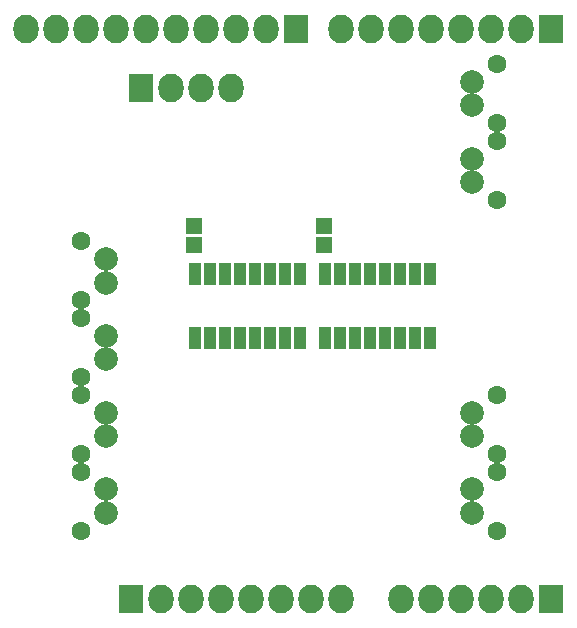
<source format=gts>
G04 #@! TF.FileFunction,Soldermask,Top*
%FSLAX46Y46*%
G04 Gerber Fmt 4.6, Leading zero omitted, Abs format (unit mm)*
G04 Created by KiCad (PCBNEW 4.0.2-4+6225~38~ubuntu15.10.1-stable) date Mon 28 Mar 2016 01:33:35 BST*
%MOMM*%
G01*
G04 APERTURE LIST*
%ADD10C,0.100000*%
%ADD11R,1.000000X1.950000*%
%ADD12R,2.127200X2.432000*%
%ADD13O,2.127200X2.432000*%
%ADD14C,1.600000*%
%ADD15C,2.000000*%
%ADD16R,1.400000X1.350000*%
G04 APERTURE END LIST*
D10*
D11*
X79055000Y-89700000D03*
X80325000Y-89700000D03*
X81595000Y-89700000D03*
X82865000Y-89700000D03*
X84135000Y-89700000D03*
X85405000Y-89700000D03*
X86675000Y-89700000D03*
X87945000Y-89700000D03*
X87945000Y-84300000D03*
X86675000Y-84300000D03*
X85405000Y-84300000D03*
X84135000Y-84300000D03*
X82865000Y-84300000D03*
X81595000Y-84300000D03*
X80325000Y-84300000D03*
X79055000Y-84300000D03*
X90055000Y-89700000D03*
X91325000Y-89700000D03*
X92595000Y-89700000D03*
X93865000Y-89700000D03*
X95135000Y-89700000D03*
X96405000Y-89700000D03*
X97675000Y-89700000D03*
X98945000Y-89700000D03*
X98945000Y-84300000D03*
X97675000Y-84300000D03*
X96405000Y-84300000D03*
X95135000Y-84300000D03*
X93865000Y-84300000D03*
X92595000Y-84300000D03*
X91325000Y-84300000D03*
X90055000Y-84300000D03*
D12*
X73660000Y-111760000D03*
D13*
X76200000Y-111760000D03*
X78740000Y-111760000D03*
X81280000Y-111760000D03*
X83820000Y-111760000D03*
X86360000Y-111760000D03*
X88900000Y-111760000D03*
X91440000Y-111760000D03*
D12*
X109220000Y-111760000D03*
D13*
X106680000Y-111760000D03*
X104140000Y-111760000D03*
X101600000Y-111760000D03*
X99060000Y-111760000D03*
X96520000Y-111760000D03*
D12*
X87630000Y-63500000D03*
D13*
X85090000Y-63500000D03*
X82550000Y-63500000D03*
X80010000Y-63500000D03*
X77470000Y-63500000D03*
X74930000Y-63500000D03*
X72390000Y-63500000D03*
X69850000Y-63500000D03*
X67310000Y-63500000D03*
X64770000Y-63500000D03*
D12*
X109220000Y-63500000D03*
D13*
X106680000Y-63500000D03*
X104140000Y-63500000D03*
X101600000Y-63500000D03*
X99060000Y-63500000D03*
X96520000Y-63500000D03*
X93980000Y-63500000D03*
X91440000Y-63500000D03*
D12*
X74500000Y-68500000D03*
D13*
X77040000Y-68500000D03*
X79580000Y-68500000D03*
X82120000Y-68500000D03*
D14*
X69400000Y-94500000D03*
X69400000Y-99500000D03*
D15*
X71500000Y-96000000D03*
X71500000Y-98000000D03*
D14*
X69400000Y-101000000D03*
X69400000Y-106000000D03*
D15*
X71500000Y-102500000D03*
X71500000Y-104500000D03*
D14*
X69400000Y-81500000D03*
X69400000Y-86500000D03*
D15*
X71500000Y-83000000D03*
X71500000Y-85000000D03*
D14*
X69400000Y-88000000D03*
X69400000Y-93000000D03*
D15*
X71500000Y-89500000D03*
X71500000Y-91500000D03*
D14*
X104600000Y-106000000D03*
X104600000Y-101000000D03*
D15*
X102500000Y-104500000D03*
X102500000Y-102500000D03*
D14*
X104600000Y-99500000D03*
X104600000Y-94500000D03*
D15*
X102500000Y-98000000D03*
X102500000Y-96000000D03*
D14*
X104600000Y-78000000D03*
X104600000Y-73000000D03*
D15*
X102500000Y-76500000D03*
X102500000Y-74500000D03*
D14*
X104600000Y-71500000D03*
X104600000Y-66500000D03*
D15*
X102500000Y-70000000D03*
X102500000Y-68000000D03*
D16*
X90000000Y-81800000D03*
X90000000Y-80200000D03*
X79000000Y-81800000D03*
X79000000Y-80200000D03*
M02*

</source>
